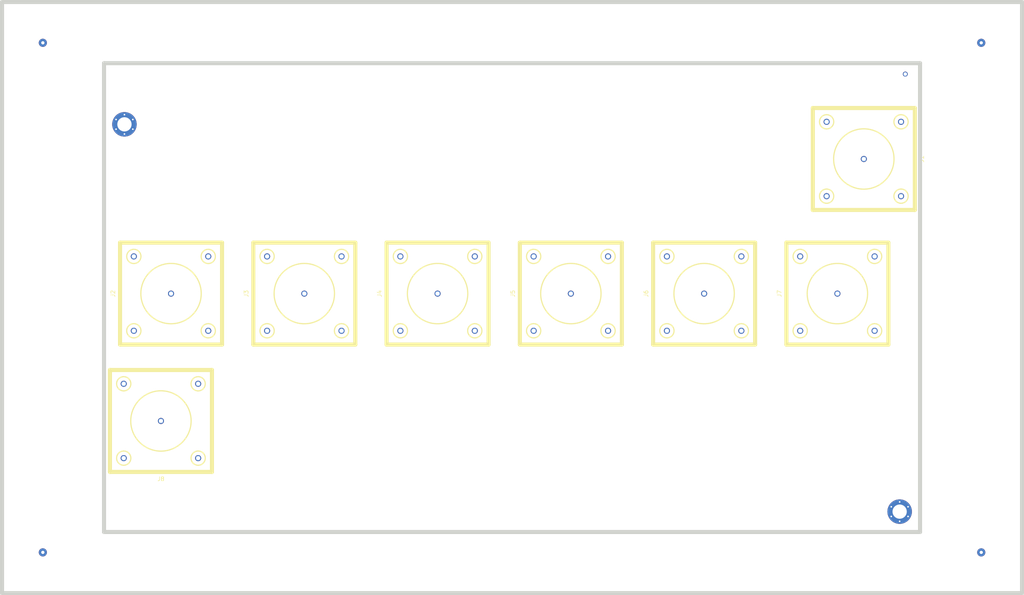
<source format=kicad_pcb>
(kicad_pcb (version 20171130) (host pcbnew "(6.0.0-rc1-dev-882-gdbc9130da)")

  (general
    (thickness 1.6)
    (drawings 8)
    (tracks 5)
    (zones 0)
    (modules 10)
    (nets 10)
  )

  (page A4)
  (layers
    (0 F.Cu signal)
    (31 B.Cu signal)
    (32 B.Adhes user)
    (33 F.Adhes user)
    (34 B.Paste user)
    (35 F.Paste user)
    (36 B.SilkS user)
    (37 F.SilkS user)
    (38 B.Mask user)
    (39 F.Mask user)
    (40 Dwgs.User user)
    (41 Cmts.User user)
    (42 Eco1.User user)
    (43 Eco2.User user)
    (44 Edge.Cuts user)
    (45 Margin user)
    (46 B.CrtYd user)
    (47 F.CrtYd user)
    (48 B.Fab user)
    (49 F.Fab user)
  )

  (setup
    (last_trace_width 0.2032)
    (user_trace_width 0.2032)
    (user_trace_width 0.254)
    (user_trace_width 0.381)
    (user_trace_width 0.508)
    (user_trace_width 1.016)
    (user_trace_width 2.032)
    (user_trace_width 2.54)
    (user_trace_width 3.15)
    (user_trace_width 4)
    (user_trace_width 6)
    (user_trace_width 8)
    (trace_clearance 0.2032)
    (zone_clearance 0.508)
    (zone_45_only yes)
    (trace_min 0.2)
    (via_size 0.8)
    (via_drill 0.4)
    (via_min_size 0.4)
    (via_min_drill 0.3)
    (user_via 1 0.6)
    (user_via 1.2 0.8)
    (user_via 3 1.3)
    (uvia_size 0.3)
    (uvia_drill 0.1)
    (uvias_allowed no)
    (uvia_min_size 0.2)
    (uvia_min_drill 0.1)
    (edge_width 0.05)
    (segment_width 0.2)
    (pcb_text_width 0.3)
    (pcb_text_size 1.5 1.5)
    (mod_edge_width 0.12)
    (mod_text_size 1 1)
    (mod_text_width 0.15)
    (pad_size 0.8 0.8)
    (pad_drill 0.4)
    (pad_to_mask_clearance 0.051)
    (solder_mask_min_width 0.25)
    (aux_axis_origin 0 0)
    (visible_elements 7FFFFFFF)
    (pcbplotparams
      (layerselection 0x010fc_ffffffff)
      (usegerberextensions false)
      (usegerberattributes false)
      (usegerberadvancedattributes false)
      (creategerberjobfile false)
      (excludeedgelayer true)
      (linewidth 0.100000)
      (plotframeref false)
      (viasonmask false)
      (mode 1)
      (useauxorigin false)
      (hpglpennumber 1)
      (hpglpenspeed 20)
      (hpglpendiameter 15.000000)
      (psnegative false)
      (psa4output false)
      (plotreference true)
      (plotvalue true)
      (plotinvisibletext false)
      (padsonsilk false)
      (subtractmaskfromsilk false)
      (outputformat 1)
      (mirror false)
      (drillshape 1)
      (scaleselection 1)
      (outputdirectory ""))
  )

  (net 0 "")
  (net 1 GNDPWR)
  (net 2 A)
  (net 3 "Net-(J2-Pad1)")
  (net 4 "Net-(J3-Pad1)")
  (net 5 "Net-(J4-Pad1)")
  (net 6 "Net-(J5-Pad1)")
  (net 7 "Net-(J6-Pad1)")
  (net 8 "Net-(J7-Pad1)")
  (net 9 B)

  (net_class Default "This is the default net class."
    (clearance 0.2032)
    (trace_width 0.2032)
    (via_dia 0.8)
    (via_drill 0.4)
    (uvia_dia 0.3)
    (uvia_drill 0.1)
  )

  (net_class POWER ""
    (clearance 0.254)
    (trace_width 0.254)
    (via_dia 0.8)
    (via_drill 0.4)
    (uvia_dia 0.8)
    (uvia_drill 0.4)
    (add_net GNDPWR)
  )

  (net_class RF ""
    (clearance 1.5)
    (trace_width 2.032)
    (via_dia 2)
    (via_drill 1)
    (uvia_dia 1.5)
    (uvia_drill 0.8)
    (add_net A)
    (add_net B)
    (add_net "Net-(J2-Pad1)")
    (add_net "Net-(J3-Pad1)")
    (add_net "Net-(J4-Pad1)")
    (add_net "Net-(J5-Pad1)")
    (add_net "Net-(J6-Pad1)")
    (add_net "Net-(J7-Pad1)")
  )

  (module MyPCBLib:SL16_drill_marker locked (layer F.Cu) (tedit 5DAFAEA9) (tstamp 5D66458D)
    (at 66.421 96.52 90)
    (path /5E35D098)
    (fp_text reference J2 (at 0 -14.224 90) (layer F.SilkS)
      (effects (font (size 1 1) (thickness 0.15)))
    )
    (fp_text value Conn_Coaxial (at 0 -0.5 90) (layer F.Fab)
      (effects (font (size 1 1) (thickness 0.15)))
    )
    (fp_circle (center 9.12 -9.12) (end 10.87 -9.12) (layer F.SilkS) (width 0.3))
    (fp_circle (center 0 0) (end 7.4 0) (layer F.SilkS) (width 0.3))
    (fp_circle (center -9.12 -9.12) (end -7.37 -9.12) (layer F.SilkS) (width 0.3))
    (fp_circle (center -9.12 9.12) (end -7.37 9.12) (layer F.SilkS) (width 0.3))
    (fp_circle (center 9.12 9.12) (end 10.87 9.12) (layer F.SilkS) (width 0.3))
    (fp_line (start -12.5 -12.5) (end -12.5 12.5) (layer F.SilkS) (width 1))
    (fp_line (start -12.5 12.5) (end 12.5 12.5) (layer F.SilkS) (width 1))
    (fp_line (start 12.5 -12.5) (end 12.5 12.5) (layer F.SilkS) (width 1))
    (fp_line (start -12.5 -12.5) (end 12.5 -12.5) (layer F.SilkS) (width 1))
    (fp_text user "M3X5X4.5 Soldered" (at 10.668 -4.064 90) (layer F.Fab)
      (effects (font (size 1 1) (thickness 0.15)))
    )
    (fp_text user M3X5 (at 9.144 -4.064 90) (layer F.Fab)
      (effects (font (size 1 1) (thickness 0.15)))
    )
    (pad 22 thru_hole circle (at -9.12 9.12 90) (size 1.5 1.5) (drill 1) (layers *.Cu *.Mask))
    (pad 12 thru_hole circle (at 9.12 9.12 90) (size 1.5 1.5) (drill 1) (layers *.Cu *.Mask))
    (pad 21 thru_hole circle (at -9.12 -9.12 90) (size 1.5 1.5) (drill 1) (layers *.Cu *.Mask))
    (pad 2 thru_hole circle (at 9.12 -9.12 90) (size 1.5 1.5) (drill 1) (layers *.Cu *.Mask)
      (net 1 GNDPWR))
    (pad 1 thru_hole circle (at 0 0 90) (size 1.5 1.5) (drill 1) (layers *.Cu *.Mask)
      (net 3 "Net-(J2-Pad1)"))
  )

  (module MyPCBLib:SL16_drill_marker locked (layer F.Cu) (tedit 5DAFAEA9) (tstamp 5CC7EE11)
    (at 63.9445 127.762 180)
    (path /5E399BFA)
    (fp_text reference J8 (at 0 -14.224 180) (layer F.SilkS)
      (effects (font (size 1 1) (thickness 0.15)))
    )
    (fp_text value Conn_Coaxial (at 0 -0.5 180) (layer F.Fab)
      (effects (font (size 1 1) (thickness 0.15)))
    )
    (fp_circle (center 9.12 -9.12) (end 10.87 -9.12) (layer F.SilkS) (width 0.3))
    (fp_circle (center 0 0) (end 7.4 0) (layer F.SilkS) (width 0.3))
    (fp_circle (center -9.12 -9.12) (end -7.37 -9.12) (layer F.SilkS) (width 0.3))
    (fp_circle (center -9.12 9.12) (end -7.37 9.12) (layer F.SilkS) (width 0.3))
    (fp_circle (center 9.12 9.12) (end 10.87 9.12) (layer F.SilkS) (width 0.3))
    (fp_line (start -12.5 -12.5) (end -12.5 12.5) (layer F.SilkS) (width 1))
    (fp_line (start -12.5 12.5) (end 12.5 12.5) (layer F.SilkS) (width 1))
    (fp_line (start 12.5 -12.5) (end 12.5 12.5) (layer F.SilkS) (width 1))
    (fp_line (start -12.5 -12.5) (end 12.5 -12.5) (layer F.SilkS) (width 1))
    (fp_text user "M3X5X4.5 Soldered" (at 0.4445 5.334 180) (layer F.Fab)
      (effects (font (size 1 1) (thickness 0.15)))
    )
    (pad 22 thru_hole circle (at -9.12 9.12 180) (size 1.5 1.5) (drill 1) (layers *.Cu *.Mask))
    (pad 12 thru_hole circle (at 9.12 9.12 180) (size 1.5 1.5) (drill 1) (layers *.Cu *.Mask))
    (pad 21 thru_hole circle (at -9.12 -9.12 180) (size 1.5 1.5) (drill 1) (layers *.Cu *.Mask))
    (pad 2 thru_hole circle (at 9.12 -9.12 180) (size 1.5 1.5) (drill 1) (layers *.Cu *.Mask)
      (net 1 GNDPWR))
    (pad 1 thru_hole circle (at 0 0 180) (size 1.5 1.5) (drill 1) (layers *.Cu *.Mask)
      (net 9 B))
  )

  (module MyPCBLib:SL16_drill_marker locked (layer F.Cu) (tedit 5DAFAEA9) (tstamp 5CC8CA58)
    (at 229.743 96.52 90)
    (path /5E38A418)
    (fp_text reference J7 (at 0 -14.224 90) (layer F.SilkS)
      (effects (font (size 1 1) (thickness 0.15)))
    )
    (fp_text value Conn_Coaxial (at 0 -0.5 90) (layer F.Fab)
      (effects (font (size 1 1) (thickness 0.15)))
    )
    (fp_circle (center 9.12 -9.12) (end 10.87 -9.12) (layer F.SilkS) (width 0.3))
    (fp_circle (center 0 0) (end 7.4 0) (layer F.SilkS) (width 0.3))
    (fp_circle (center -9.12 -9.12) (end -7.37 -9.12) (layer F.SilkS) (width 0.3))
    (fp_circle (center -9.12 9.12) (end -7.37 9.12) (layer F.SilkS) (width 0.3))
    (fp_circle (center 9.12 9.12) (end 10.87 9.12) (layer F.SilkS) (width 0.3))
    (fp_line (start -12.5 -12.5) (end -12.5 12.5) (layer F.SilkS) (width 1))
    (fp_line (start -12.5 12.5) (end 12.5 12.5) (layer F.SilkS) (width 1))
    (fp_line (start 12.5 -12.5) (end 12.5 12.5) (layer F.SilkS) (width 1))
    (fp_line (start -12.5 -12.5) (end 12.5 -12.5) (layer F.SilkS) (width 1))
    (fp_text user "M3X5X4.5 Soldered" (at 10.668 -4.064 90) (layer F.Fab)
      (effects (font (size 1 1) (thickness 0.15)))
    )
    (pad 22 thru_hole circle (at -9.12 9.12 90) (size 1.5 1.5) (drill 1) (layers *.Cu *.Mask))
    (pad 12 thru_hole circle (at 9.12 9.12 90) (size 1.5 1.5) (drill 1) (layers *.Cu *.Mask))
    (pad 21 thru_hole circle (at -9.12 -9.12 90) (size 1.5 1.5) (drill 1) (layers *.Cu *.Mask))
    (pad 2 thru_hole circle (at 9.12 -9.12 90) (size 1.5 1.5) (drill 1) (layers *.Cu *.Mask)
      (net 1 GNDPWR))
    (pad 1 thru_hole circle (at 0 0 90) (size 1.5 1.5) (drill 1) (layers *.Cu *.Mask)
      (net 8 "Net-(J7-Pad1)"))
  )

  (module MyPCBLib:SL16_drill_marker locked (layer F.Cu) (tedit 5DAFAEA9) (tstamp 5CC7EDF3)
    (at 197.0786 96.52 90)
    (path /5E37FF8F)
    (fp_text reference J6 (at 0 -14.224 90) (layer F.SilkS)
      (effects (font (size 1 1) (thickness 0.15)))
    )
    (fp_text value Conn_Coaxial (at 0 -0.5 90) (layer F.Fab)
      (effects (font (size 1 1) (thickness 0.15)))
    )
    (fp_circle (center 9.12 -9.12) (end 10.87 -9.12) (layer F.SilkS) (width 0.3))
    (fp_circle (center 0 0) (end 7.4 0) (layer F.SilkS) (width 0.3))
    (fp_circle (center -9.12 -9.12) (end -7.37 -9.12) (layer F.SilkS) (width 0.3))
    (fp_circle (center -9.12 9.12) (end -7.37 9.12) (layer F.SilkS) (width 0.3))
    (fp_circle (center 9.12 9.12) (end 10.87 9.12) (layer F.SilkS) (width 0.3))
    (fp_line (start -12.5 -12.5) (end -12.5 12.5) (layer F.SilkS) (width 1))
    (fp_line (start -12.5 12.5) (end 12.5 12.5) (layer F.SilkS) (width 1))
    (fp_line (start 12.5 -12.5) (end 12.5 12.5) (layer F.SilkS) (width 1))
    (fp_line (start -12.5 -12.5) (end 12.5 -12.5) (layer F.SilkS) (width 1))
    (fp_text user "M3X5X4.5 Soldered" (at 10.668 -4.064 90) (layer F.Fab)
      (effects (font (size 1 1) (thickness 0.15)))
    )
    (pad 22 thru_hole circle (at -9.12 9.12 90) (size 1.5 1.5) (drill 1) (layers *.Cu *.Mask))
    (pad 12 thru_hole circle (at 9.12 9.12 90) (size 1.5 1.5) (drill 1) (layers *.Cu *.Mask))
    (pad 21 thru_hole circle (at -9.12 -9.12 90) (size 1.5 1.5) (drill 1) (layers *.Cu *.Mask))
    (pad 2 thru_hole circle (at 9.12 -9.12 90) (size 1.5 1.5) (drill 1) (layers *.Cu *.Mask)
      (net 1 GNDPWR))
    (pad 1 thru_hole circle (at 0 0 90) (size 1.5 1.5) (drill 1) (layers *.Cu *.Mask)
      (net 7 "Net-(J6-Pad1)"))
  )

  (module MyPCBLib:SL16_drill_marker locked (layer F.Cu) (tedit 5DAFAEA9) (tstamp 5CC7EDE4)
    (at 164.4142 96.52 90)
    (path /5E52F02F)
    (fp_text reference J5 (at 0 -14.224 90) (layer F.SilkS)
      (effects (font (size 1 1) (thickness 0.15)))
    )
    (fp_text value Conn_Coaxial (at 0 -0.5 90) (layer F.Fab)
      (effects (font (size 1 1) (thickness 0.15)))
    )
    (fp_circle (center 9.12 -9.12) (end 10.87 -9.12) (layer F.SilkS) (width 0.3))
    (fp_circle (center 0 0) (end 7.4 0) (layer F.SilkS) (width 0.3))
    (fp_circle (center -9.12 -9.12) (end -7.37 -9.12) (layer F.SilkS) (width 0.3))
    (fp_circle (center -9.12 9.12) (end -7.37 9.12) (layer F.SilkS) (width 0.3))
    (fp_circle (center 9.12 9.12) (end 10.87 9.12) (layer F.SilkS) (width 0.3))
    (fp_line (start -12.5 -12.5) (end -12.5 12.5) (layer F.SilkS) (width 1))
    (fp_line (start -12.5 12.5) (end 12.5 12.5) (layer F.SilkS) (width 1))
    (fp_line (start 12.5 -12.5) (end 12.5 12.5) (layer F.SilkS) (width 1))
    (fp_line (start -12.5 -12.5) (end 12.5 -12.5) (layer F.SilkS) (width 1))
    (fp_text user "M3X5X4.5 Soldered" (at 10.668 -4.064 90) (layer F.Fab)
      (effects (font (size 1 1) (thickness 0.15)))
    )
    (pad 22 thru_hole circle (at -9.12 9.12 90) (size 1.5 1.5) (drill 1) (layers *.Cu *.Mask))
    (pad 12 thru_hole circle (at 9.12 9.12 90) (size 1.5 1.5) (drill 1) (layers *.Cu *.Mask))
    (pad 21 thru_hole circle (at -9.12 -9.12 90) (size 1.5 1.5) (drill 1) (layers *.Cu *.Mask))
    (pad 2 thru_hole circle (at 9.12 -9.12 90) (size 1.5 1.5) (drill 1) (layers *.Cu *.Mask)
      (net 1 GNDPWR))
    (pad 1 thru_hole circle (at 0 0 90) (size 1.5 1.5) (drill 1) (layers *.Cu *.Mask)
      (net 6 "Net-(J5-Pad1)"))
  )

  (module MyPCBLib:SL16_drill_marker locked (layer F.Cu) (tedit 5DAFAEA9) (tstamp 5CC8AFFA)
    (at 131.7498 96.52 90)
    (path /5E379C78)
    (fp_text reference J4 (at 0 -14.224 90) (layer F.SilkS)
      (effects (font (size 1 1) (thickness 0.15)))
    )
    (fp_text value Conn_Coaxial (at 0 -0.5 90) (layer F.Fab)
      (effects (font (size 1 1) (thickness 0.15)))
    )
    (fp_circle (center 9.12 -9.12) (end 10.87 -9.12) (layer F.SilkS) (width 0.3))
    (fp_circle (center 0 0) (end 7.4 0) (layer F.SilkS) (width 0.3))
    (fp_circle (center -9.12 -9.12) (end -7.37 -9.12) (layer F.SilkS) (width 0.3))
    (fp_circle (center -9.12 9.12) (end -7.37 9.12) (layer F.SilkS) (width 0.3))
    (fp_circle (center 9.12 9.12) (end 10.87 9.12) (layer F.SilkS) (width 0.3))
    (fp_line (start -12.5 -12.5) (end -12.5 12.5) (layer F.SilkS) (width 1))
    (fp_line (start -12.5 12.5) (end 12.5 12.5) (layer F.SilkS) (width 1))
    (fp_line (start 12.5 -12.5) (end 12.5 12.5) (layer F.SilkS) (width 1))
    (fp_line (start -12.5 -12.5) (end 12.5 -12.5) (layer F.SilkS) (width 1))
    (fp_text user "M3X5X4.5 Soldered" (at 10.668 -4.064 90) (layer F.Fab)
      (effects (font (size 1 1) (thickness 0.15)))
    )
    (pad 22 thru_hole circle (at -9.12 9.12 90) (size 1.5 1.5) (drill 1) (layers *.Cu *.Mask))
    (pad 12 thru_hole circle (at 9.12 9.12 90) (size 1.5 1.5) (drill 1) (layers *.Cu *.Mask))
    (pad 21 thru_hole circle (at -9.12 -9.12 90) (size 1.5 1.5) (drill 1) (layers *.Cu *.Mask))
    (pad 2 thru_hole circle (at 9.12 -9.12 90) (size 1.5 1.5) (drill 1) (layers *.Cu *.Mask)
      (net 1 GNDPWR))
    (pad 1 thru_hole circle (at 0 0 90) (size 1.5 1.5) (drill 1) (layers *.Cu *.Mask)
      (net 5 "Net-(J4-Pad1)"))
  )

  (module MyPCBLib:SL16_drill_marker locked (layer F.Cu) (tedit 5DAFAEA9) (tstamp 5CC7EDC6)
    (at 99.0854 96.52 90)
    (path /5E37381B)
    (fp_text reference J3 (at 0 -14.224 90) (layer F.SilkS)
      (effects (font (size 1 1) (thickness 0.15)))
    )
    (fp_text value Conn_Coaxial (at 0 -0.5 90) (layer F.Fab)
      (effects (font (size 1 1) (thickness 0.15)))
    )
    (fp_circle (center 9.12 -9.12) (end 10.87 -9.12) (layer F.SilkS) (width 0.3))
    (fp_circle (center 0 0) (end 7.4 0) (layer F.SilkS) (width 0.3))
    (fp_circle (center -9.12 -9.12) (end -7.37 -9.12) (layer F.SilkS) (width 0.3))
    (fp_circle (center -9.12 9.12) (end -7.37 9.12) (layer F.SilkS) (width 0.3))
    (fp_circle (center 9.12 9.12) (end 10.87 9.12) (layer F.SilkS) (width 0.3))
    (fp_line (start -12.5 -12.5) (end -12.5 12.5) (layer F.SilkS) (width 1))
    (fp_line (start -12.5 12.5) (end 12.5 12.5) (layer F.SilkS) (width 1))
    (fp_line (start 12.5 -12.5) (end 12.5 12.5) (layer F.SilkS) (width 1))
    (fp_line (start -12.5 -12.5) (end 12.5 -12.5) (layer F.SilkS) (width 1))
    (fp_text user "M3X5X4.5 Soldered" (at 10.668 -4.064 90) (layer F.Fab)
      (effects (font (size 1 1) (thickness 0.15)))
    )
    (pad 22 thru_hole circle (at -9.12 9.12 90) (size 1.5 1.5) (drill 1) (layers *.Cu *.Mask))
    (pad 12 thru_hole circle (at 9.12 9.12 90) (size 1.5 1.5) (drill 1) (layers *.Cu *.Mask))
    (pad 21 thru_hole circle (at -9.12 -9.12 90) (size 1.5 1.5) (drill 1) (layers *.Cu *.Mask))
    (pad 2 thru_hole circle (at 9.12 -9.12 90) (size 1.5 1.5) (drill 1) (layers *.Cu *.Mask)
      (net 1 GNDPWR))
    (pad 1 thru_hole circle (at 0 0 90) (size 1.5 1.5) (drill 1) (layers *.Cu *.Mask)
      (net 4 "Net-(J3-Pad1)"))
  )

  (module MyPCBLib:SL16_drill_marker locked (layer F.Cu) (tedit 5DAFAEA9) (tstamp 5CC8BBF4)
    (at 236.22 63.5 270)
    (path /5E38F6F7)
    (fp_text reference J1 (at 0 -14.224 270) (layer F.SilkS)
      (effects (font (size 1 1) (thickness 0.15)))
    )
    (fp_text value Conn_Coaxial (at 0 -0.5 270) (layer F.Fab)
      (effects (font (size 1 1) (thickness 0.15)))
    )
    (fp_circle (center 9.12 -9.12) (end 10.87 -9.12) (layer F.SilkS) (width 0.3))
    (fp_circle (center 0 0) (end 7.4 0) (layer F.SilkS) (width 0.3))
    (fp_circle (center -9.12 -9.12) (end -7.37 -9.12) (layer F.SilkS) (width 0.3))
    (fp_circle (center -9.12 9.12) (end -7.37 9.12) (layer F.SilkS) (width 0.3))
    (fp_circle (center 9.12 9.12) (end 10.87 9.12) (layer F.SilkS) (width 0.3))
    (fp_line (start -12.5 -12.5) (end -12.5 12.5) (layer F.SilkS) (width 1))
    (fp_line (start -12.5 12.5) (end 12.5 12.5) (layer F.SilkS) (width 1))
    (fp_line (start 12.5 -12.5) (end 12.5 12.5) (layer F.SilkS) (width 1))
    (fp_line (start -12.5 -12.5) (end 12.5 -12.5) (layer F.SilkS) (width 1))
    (fp_text user "M3X5X4.5 Soldered" (at 10.668 -4.064 270) (layer F.Fab)
      (effects (font (size 1 1) (thickness 0.15)))
    )
    (pad 22 thru_hole circle (at -9.12 9.12 270) (size 1.5 1.5) (drill 1) (layers *.Cu *.Mask))
    (pad 12 thru_hole circle (at 9.12 9.12 270) (size 1.5 1.5) (drill 1) (layers *.Cu *.Mask))
    (pad 21 thru_hole circle (at -9.12 -9.12 270) (size 1.5 1.5) (drill 1) (layers *.Cu *.Mask))
    (pad 2 thru_hole circle (at 9.12 -9.12 270) (size 1.5 1.5) (drill 1) (layers *.Cu *.Mask)
      (net 1 GNDPWR))
    (pad 1 thru_hole circle (at 0 0 270) (size 1.5 1.5) (drill 1) (layers *.Cu *.Mask)
      (net 2 A))
  )

  (module MyPCBLib:M3_Screwhole locked (layer F.Cu) (tedit 5D664193) (tstamp 5CC9239D)
    (at 245 150)
    (fp_text reference REF** (at 0 0.5) (layer F.SilkS) hide
      (effects (font (size 1 1) (thickness 0.15)))
    )
    (fp_text value M3_Screwhole (at 0 -0.5) (layer F.Fab) hide
      (effects (font (size 1 1) (thickness 0.15)))
    )
    (pad 1 thru_hole circle (at 2.05681 -1.1875 300) (size 0.8 0.8) (drill 0.4) (layers *.Cu *.Mask)
      (net 1 GNDPWR))
    (pad 1 thru_hole circle (at 2.05681 1.1875 240) (size 0.8 0.8) (drill 0.4) (layers *.Cu *.Mask)
      (net 1 GNDPWR))
    (pad 1 thru_hole circle (at 0 2.375 180) (size 0.8 0.8) (drill 0.4) (layers *.Cu *.Mask)
      (net 1 GNDPWR))
    (pad 1 thru_hole circle (at -2.05681 1.1875 120) (size 0.8 0.8) (drill 0.4) (layers *.Cu *.Mask)
      (net 1 GNDPWR))
    (pad 1 thru_hole circle (at -2.05681 -1.1875 60) (size 0.8 0.8) (drill 0.4) (layers *.Cu *.Mask)
      (net 1 GNDPWR))
    (pad 1 thru_hole circle (at 0 -2.375) (size 0.8 0.8) (drill 0.4) (layers *.Cu *.Mask)
      (net 1 GNDPWR))
    (pad 1 thru_hole circle (at 0 0) (size 6 6) (drill 3.5) (layers *.Cu *.Mask)
      (net 1 GNDPWR))
  )

  (module MyPCBLib:M3_Screwhole locked (layer F.Cu) (tedit 5CC92DA1) (tstamp 5CC92391)
    (at 55 55)
    (fp_text reference REF** (at 0 0.5) (layer F.SilkS) hide
      (effects (font (size 1 1) (thickness 0.15)))
    )
    (fp_text value M3_Screwhole (at 0 -0.5) (layer F.Fab) hide
      (effects (font (size 1 1) (thickness 0.15)))
    )
    (pad 1 thru_hole circle (at 2.05681 -1.1875 300) (size 0.8 0.8) (drill 0.4) (layers *.Cu *.Mask)
      (net 1 GNDPWR))
    (pad 1 thru_hole circle (at 2.05681 1.1875 240) (size 0.8 0.8) (drill 0.4) (layers *.Cu *.Mask)
      (net 1 GNDPWR))
    (pad 1 thru_hole circle (at 0 2.375 180) (size 0.8 0.8) (drill 0.4) (layers *.Cu *.Mask)
      (net 1 GNDPWR))
    (pad 1 thru_hole circle (at -2.05681 1.1875 120) (size 0.8 0.8) (drill 0.4) (layers *.Cu *.Mask)
      (net 1 GNDPWR))
    (pad 1 thru_hole circle (at -2.05681 -1.1875 60) (size 0.8 0.8) (drill 0.4) (layers *.Cu *.Mask)
      (net 1 GNDPWR))
    (pad 1 thru_hole circle (at 0 -2.375) (size 0.8 0.8) (drill 0.4) (layers *.Cu *.Mask)
      (net 1 GNDPWR))
    (pad 1 thru_hole circle (at 0 0) (size 6 6) (drill 3.5) (layers *.Cu *.Mask)
      (net 1 GNDPWR))
  )

  (gr_line (start 25 170) (end 275 170) (layer Edge.Cuts) (width 1) (tstamp 5DB1A2C8))
  (gr_line (start 275 25) (end 275 170) (layer Edge.Cuts) (width 1) (tstamp 5DB1A289))
  (gr_line (start 25 25) (end 275 25) (layer Edge.Cuts) (width 1) (tstamp 5DB1A251))
  (gr_line (start 25 25) (end 25 170) (layer Edge.Cuts) (width 1) (tstamp 5DB1A140))
  (gr_line (start 50 40) (end 50 155) (layer Edge.Cuts) (width 1))
  (gr_line (start 50 40) (end 250 40) (layer Edge.Cuts) (width 1) (tstamp 5CC8AC07))
  (gr_line (start 250 40) (end 250 155) (layer Edge.Cuts) (width 1))
  (gr_line (start 50 155) (end 250 155) (layer Edge.Cuts) (width 1))

  (via (at 35 35) (size 2) (drill 0.8) (layers F.Cu B.Cu) (net 0))
  (via (at 35 160) (size 2) (drill 0.8) (layers F.Cu B.Cu) (net 0) (tstamp 5DB1A52E))
  (via (at 265 160) (size 2) (drill 0.8) (layers F.Cu B.Cu) (net 0) (tstamp 5DB1A52E))
  (via (at 265 35) (size 2) (drill 0.8) (layers F.Cu B.Cu) (net 0) (tstamp 5DB1A52E))
  (via (at 246.38 42.672) (size 1.2) (drill 0.8) (layers F.Cu B.Cu) (net 1))

)

</source>
